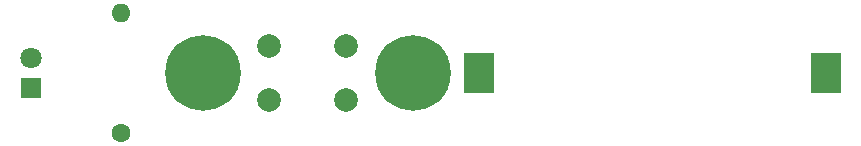
<source format=gbr>
%TF.GenerationSoftware,KiCad,Pcbnew,(7.0.0)*%
%TF.CreationDate,2023-02-26T22:34:47+01:00*%
%TF.ProjectId,Prj_1_LED_torch,50726a5f-315f-44c4-9544-5f746f726368,0.1*%
%TF.SameCoordinates,Original*%
%TF.FileFunction,Soldermask,Top*%
%TF.FilePolarity,Negative*%
%FSLAX46Y46*%
G04 Gerber Fmt 4.6, Leading zero omitted, Abs format (unit mm)*
G04 Created by KiCad (PCBNEW (7.0.0)) date 2023-02-26 22:34:47*
%MOMM*%
%LPD*%
G01*
G04 APERTURE LIST*
%ADD10C,6.400000*%
%ADD11C,2.000000*%
%ADD12R,2.540000X3.510000*%
%ADD13R,1.800000X1.800000*%
%ADD14C,1.800000*%
%ADD15C,1.600000*%
%ADD16O,1.600000X1.600000*%
G04 APERTURE END LIST*
D10*
%TO.C,MH_1*%
X123190000Y-146050000D03*
%TD*%
%TO.C,MH_2*%
X140970000Y-146050000D03*
%TD*%
D11*
%TO.C,SW1*%
X128830000Y-143800000D03*
X135330000Y-143800000D03*
X128830000Y-148300000D03*
X135330000Y-148300000D03*
%TD*%
D12*
%TO.C,BT1*%
X146609999Y-146049999D03*
X175969999Y-146049999D03*
%TD*%
D13*
%TO.C,D1*%
X108659999Y-147319999D03*
D14*
X108660000Y-144780000D03*
%TD*%
D15*
%TO.C,R1*%
X116280000Y-151130000D03*
D16*
X116279999Y-140969999D03*
%TD*%
M02*

</source>
